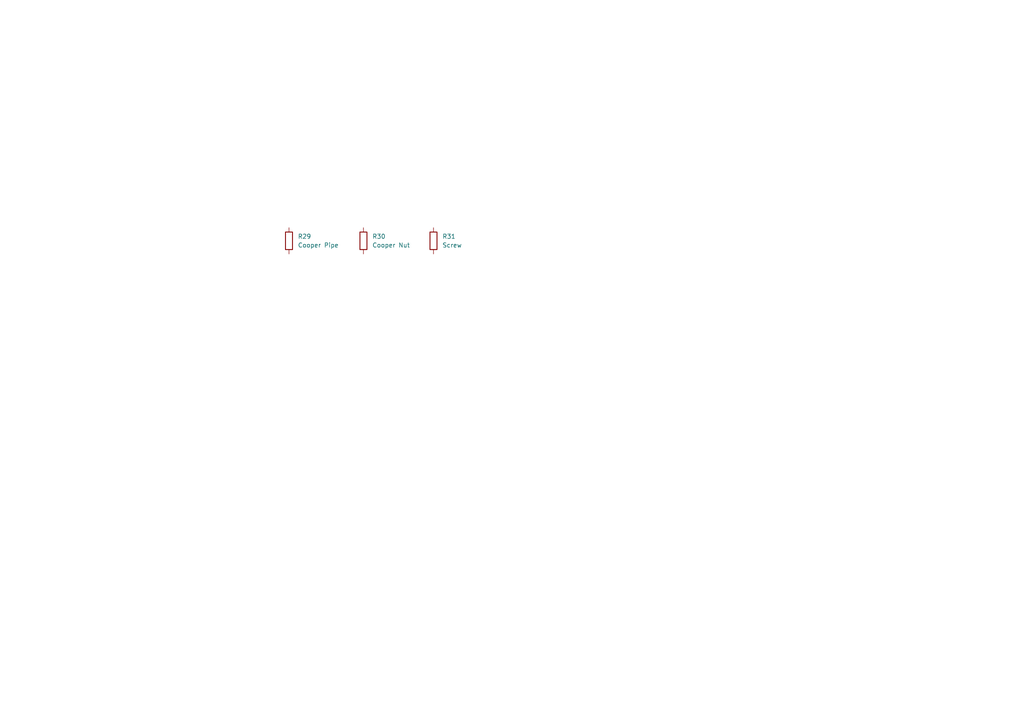
<source format=kicad_sch>
(kicad_sch (version 20250114) (generator "eeschema") (generator_version "9.0")
  (paper "A4")
  (lib_symbols
    (symbol "Device:R" (pin_numbers (hide yes)) (pin_names (offset 0))
      (property "Reference" "R" (at 2.032 0 90))
      (property "Value" "R" (at 0 0 90))
      (symbol "R_0_1"
        (rectangle (start -1.016 -2.54) (end 1.016 2.54) (stroke (width 0.254)))
      )
      (symbol "R_1_1"
        (pin passive line (at 0 3.81 270) (length 1.27) (name "~") (number "1"))
        (pin passive line (at 0 -3.81 90) (length 1.27) (name "~") (number "2"))
      )
    )
  )
  (symbol (lib_id "Device:R") (at 105.41 69.85 0) (unit 1)
    (property "Reference" "R30" (at 107.95 68.5799 0) (effects (justify left)))
    (property "Value" "Cooper Nut" (at 107.95 71.1199 0) (effects (justify left)))
    (property "Description" "Resistor" (effects (hide yes)))
    (property "Equipment Link" "https://ocvitmin.com/su25d-dai-oc-luc-giac-m2-5-tan-dong" (effects (hide yes)))
  )
  (symbol (lib_id "Device:R") (at 83.82 69.85 0) (unit 1)
    (property "Reference" "R29" (at 86.36 68.5799 0) (effects (justify left)))
    (property "Value" "Cooper Pipe" (at 86.36 71.1199 0) (effects (justify left)))
    (property "Description" "Resistor" (effects (hide yes)))
    (property "Equipment Link" "https://ocvitmin.com/tru-dong-duc-cai-luc-giac-m2-5x5mm" (effects (hide yes)))
  )
  (symbol (lib_id "Device:R") (at 125.73 69.85 0) (unit 1)
    (property "Reference" "R31" (at 128.27 68.5799 0) (effects (justify left)))
    (property "Value" "Screw" (at 128.27 71.1199 0) (effects (justify left)))
    (property "Description" "Resistor" (effects (hide yes)))
    (property "Equipment Link" "https://ocvitmin.com/s25c8-oc-bake-dau-dep-mong-m2-5x8mm-inox304" (effects (hide yes)))
  )
)
</source>
